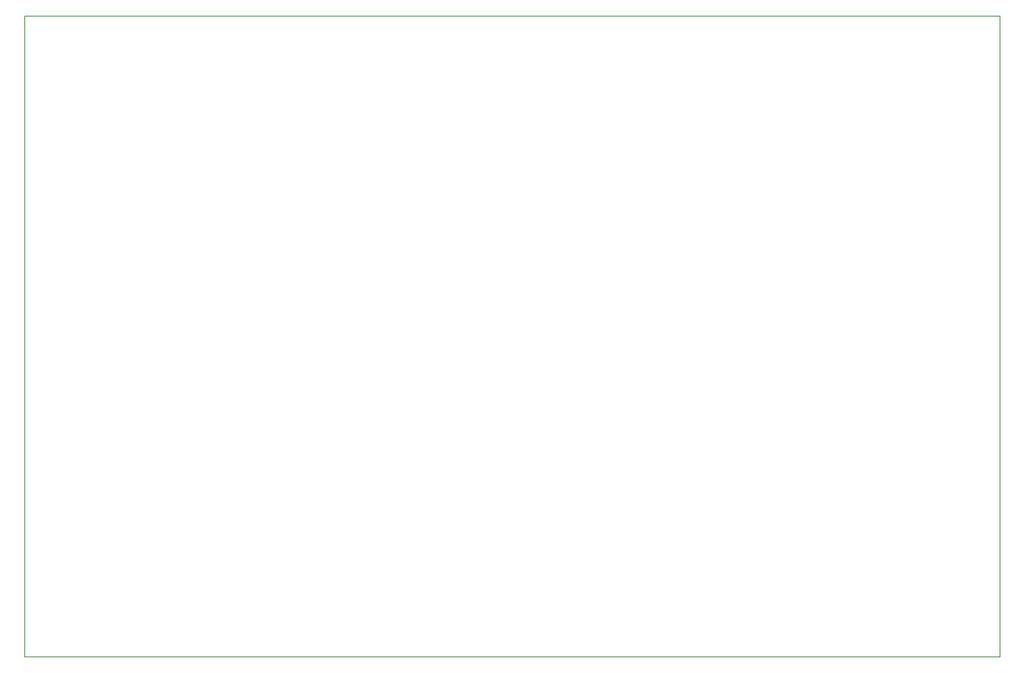
<source format=gbr>
G04*
G04 #@! TF.GenerationSoftware,Altium Limited,Altium Designer,22.4.2 (48)*
G04*
G04 Layer_Color=0*
%FSLAX25Y25*%
%MOIN*%
G70*
G04*
G04 #@! TF.SameCoordinates,35F994A0-CBEB-4DCB-B987-FA79AE394E82*
G04*
G04*
G04 #@! TF.FilePolarity,Positive*
G04*
G01*
G75*
%ADD41C,0.00100*%
D41*
X274410Y100000D02*
X274409Y371654D01*
X687795D01*
X687795Y100000D01*
X274410D01*
M02*

</source>
